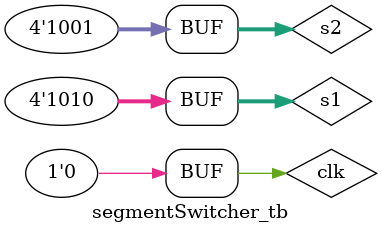
<source format=sv>

module segmentSwitcher_tb();
 // Set up test signals
 logic clk;
 logic [3:0] s1,s2;
 logic led1, led2;
 logic [4:0] sum;
 logic [6:0] seg;

 // Instantiate the device under test
 segmentSwitcher dut(.s1(s1),.s2(s2), .clk(clk), .led1(led1),.led2(led2), .seg(seg), .sum(sum));

 // Generate clock signal with a period of 10 timesteps.
 always
   begin
     clk = 1; #5;
     clk = 0; #5;
   end

initial
 begin
	// test different inputs
	s1 = 4'b0000;
	s2 = 4'b1111;
	#20;
	s1 = 4'b1000;
	s2 = 4'b0001;
	#20;
	s1 = 4'b1010;
	s2 = 4'b1001;
	#20;
 end
endmodule
</source>
